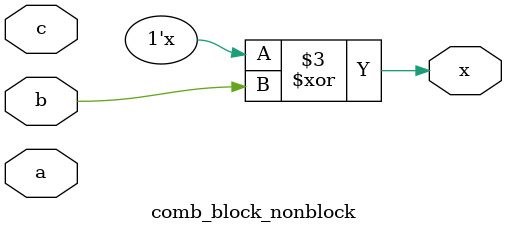
<source format=v>
`timescale 1ns / 1ps


module comb_block_nonblock(
    input a, b, c,
    output reg x
    );
    
    // Blocking assignments
//    always @(a, b, c)
//    begin
//        x = a;
//        x = x ^ b;
//        x = x | c;
//    end

    // Nonblocking assignments
//    always @(a, b, c)
//    begin
//        x <= a;
//        x <= x ^ b;
//        x <= x | c;
//    end    


    // Changing the order of blocking assignments
//    always @(a, b, c)
//    begin
//        x = a;
//        x = x | c;
//        x = x ^ b;
//    end

    // Changing the order of nonblocking assignments
    always @(a, b, c)
    begin
        x <= a;
        x <= x | c;
        x <= x ^ b;
    end  
endmodule

</source>
